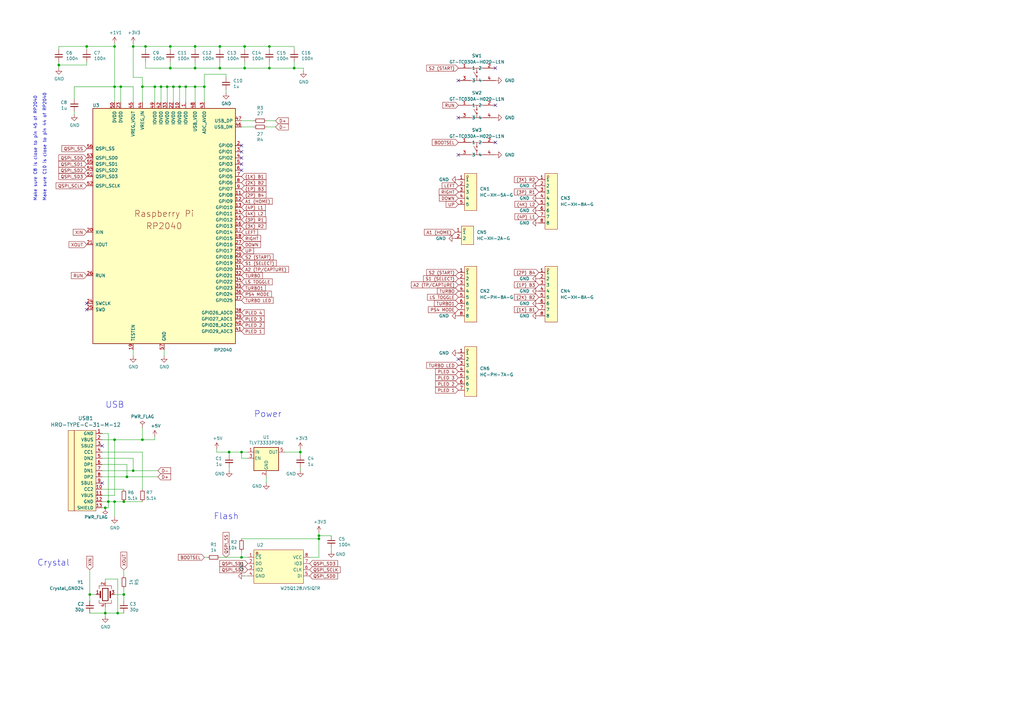
<source format=kicad_sch>
(kicad_sch (version 20230121) (generator eeschema)
  (paper "A3")
  (title_block (title "EZ Mod for Venom PS3/PS4") (date "2023-07-07") (rev "0.0.1") (company "SavageCore"))
  (lib_symbols
    (symbol "Device:C_Small" (pin_numbers hide) (pin_names (offset 0.254) hide)
      (property "Reference" "C" (at 0.254 1.778 0))
      (property "Value" "C_Small" (at 0.254 -2.032 0))
      (symbol "C_Small_0_1"
        (polyline (pts (xy -1.524 -0.508) (xy 1.524 -0.508)) (stroke (width 0.3302)))
        (polyline (pts (xy -1.524 0.508) (xy 1.524 0.508)) (stroke (width 0.3048)))
      )
      (symbol "C_Small_1_1"
        (pin passive line (at 0 2.54 270) (length 2.032) (name "~") (number "1"))
        (pin passive line (at 0 -2.54 90) (length 2.032) (name "~") (number "2"))
      )
    )
    (symbol "Device:Crystal_GND24" (pin_names (offset 1.016) hide)
      (property "Reference" "Y" (at 3.175 5.08 0))
      (property "Value" "Crystal_GND24" (at 3.175 3.175 0))
      (symbol "Crystal_GND24_0_1"
        (rectangle (start -1.143 2.54) (end 1.143 -2.54) (stroke (width 0.3048)))
        (polyline (pts (xy -2.54 0) (xy -2.032 0)))
        (polyline (pts (xy -2.032 -1.27) (xy -2.032 1.27)) (stroke (width 0.508)))
        (polyline (pts (xy 0 -3.81) (xy 0 -3.556)))
        (polyline (pts (xy 0 3.556) (xy 0 3.81)))
        (polyline (pts (xy 2.032 -1.27) (xy 2.032 1.27)) (stroke (width 0.508)))
        (polyline (pts (xy 2.032 0) (xy 2.54 0)))
        (polyline (pts (xy -2.54 -2.286) (xy -2.54 -3.556) (xy 2.54 -3.556) (xy 2.54 -2.286)))
        (polyline (pts (xy -2.54 2.286) (xy -2.54 3.556) (xy 2.54 3.556) (xy 2.54 2.286)))
      )
      (symbol "Crystal_GND24_1_1"
        (pin passive line (at -3.81 0 0) (length 1.27) (name "1") (number "1"))
        (pin passive line (at 0 5.08 270) (length 1.27) (name "2") (number "2"))
        (pin passive line (at 3.81 0 180) (length 1.27) (name "3") (number "3"))
        (pin passive line (at 0 -5.08 90) (length 1.27) (name "4") (number "4"))
      )
    )
    (symbol "Device:R_Small" (pin_numbers hide) (pin_names (offset 0.254) hide)
      (property "Reference" "R" (at 0.762 0.508 0))
      (property "Value" "R_Small" (at 0.762 -1.016 0))
      (symbol "R_Small_0_1"
        (rectangle (start -0.762 1.778) (end 0.762 -1.778) (stroke (width 0.2032)))
      )
      (symbol "R_Small_1_1"
        (pin passive line (at 0 2.54 270) (length 0.762) (name "~") (number "1"))
        (pin passive line (at 0 -2.54 90) (length 0.762) (name "~") (number "2"))
      )
    )
    (symbol "RP2040:RP2040" (pin_names (offset 1.016))
      (property "Reference" "U" (at -29.21 49.53 0))
      (property "Value" "RP2040" (at 24.13 -49.53 0))
      (symbol "RP2040_0_0"
        (text "Raspberry Pi" (at 0 5.08 0) (effects (font (size 2.54 2.54))))
        (text "RP2040" (at 0 0 0) (effects (font (size 2.54 2.54))))
      )
      (symbol "RP2040_0_1"
        (rectangle (start 29.21 48.26) (end -29.21 -48.26) (stroke (width 0.254)) (fill (type background)))
      )
      (symbol "RP2040_1_1"
        (pin power_in line (at 8.89 50.8 270) (length 2.54) (name "IOVDD") (number "1"))
        (pin power_in line (at 6.35 50.8 270) (length 2.54) (name "IOVDD") (number "10"))
        (pin bidirectional line (at 31.75 12.7 180) (length 2.54) (name "GPIO8") (number "11"))
        (pin bidirectional line (at 31.75 10.16 180) (length 2.54) (name "GPIO9") (number "12"))
        (pin bidirectional line (at 31.75 7.62 180) (length 2.54) (name "GPIO10") (number "13"))
        (pin bidirectional line (at 31.75 5.08 180) (length 2.54) (name "GPIO11") (number "14"))
        (pin bidirectional line (at 31.75 2.54 180) (length 2.54) (name "GPIO12") (number "15"))
        (pin bidirectional line (at 31.75 0 180) (length 2.54) (name "GPIO13") (number "16"))
        (pin bidirectional line (at 31.75 -2.54 180) (length 2.54) (name "GPIO14") (number "17"))
        (pin bidirectional line (at 31.75 -5.08 180) (length 2.54) (name "GPIO15") (number "18"))
        (pin passive line (at -12.7 -50.8 90) (length 2.54) (name "TESTEN") (number "19"))
        (pin bidirectional line (at 31.75 33.02 180) (length 2.54) (name "GPIO0") (number "2"))
        (pin input line (at -31.75 -2.54 0) (length 2.54) (name "XIN") (number "20"))
        (pin passive line (at -31.75 -7.62 0) (length 2.54) (name "XOUT") (number "21"))
        (pin power_in line (at 3.81 50.8 270) (length 2.54) (name "IOVDD") (number "22"))
        (pin power_in line (at -17.78 50.8 270) (length 2.54) (name "DVDD") (number "23"))
        (pin output line (at -31.75 -31.75 0) (length 2.54) (name "SWCLK") (number "24"))
        (pin bidirectional line (at -31.75 -34.29 0) (length 2.54) (name "SWD") (number "25"))
        (pin input line (at -31.75 -20.32 0) (length 2.54) (name "RUN") (number "26"))
        (pin bidirectional line (at 31.75 -7.62 180) (length 2.54) (name "GPIO16") (number "27"))
        (pin bidirectional line (at 31.75 -10.16 180) (length 2.54) (name "GPIO17") (number "28"))
        (pin bidirectional line (at 31.75 -12.7 180) (length 2.54) (name "GPIO18") (number "29"))
        (pin bidirectional line (at 31.75 30.48 180) (length 2.54) (name "GPIO1") (number "3"))
        (pin bidirectional line (at 31.75 -15.24 180) (length 2.54) (name "GPIO19") (number "30"))
        (pin bidirectional line (at 31.75 -17.78 180) (length 2.54) (name "GPIO20") (number "31"))
        (pin bidirectional line (at 31.75 -20.32 180) (length 2.54) (name "GPIO21") (number "32"))
        (pin power_in line (at 1.27 50.8 270) (length 2.54) (name "IOVDD") (number "33"))
        (pin bidirectional line (at 31.75 -22.86 180) (length 2.54) (name "GPIO22") (number "34"))
        (pin bidirectional line (at 31.75 -25.4 180) (length 2.54) (name "GPIO23") (number "35"))
        (pin bidirectional line (at 31.75 -27.94 180) (length 2.54) (name "GPIO24") (number "36"))
        (pin bidirectional line (at 31.75 -30.48 180) (length 2.54) (name "GPIO25") (number "37"))
        (pin bidirectional line (at 31.75 -35.56 180) (length 2.54) (name "GPIO26_ADC0") (number "38"))
        (pin bidirectional line (at 31.75 -38.1 180) (length 2.54) (name "GPIO27_ADC1") (number "39"))
        (pin bidirectional line (at 31.75 27.94 180) (length 2.54) (name "GPIO2") (number "4"))
        (pin bidirectional line (at 31.75 -40.64 180) (length 2.54) (name "GPIO28_ADC2") (number "40"))
        (pin bidirectional line (at 31.75 -43.18 180) (length 2.54) (name "GPIO29_ADC3") (number "41"))
        (pin power_in line (at -1.27 50.8 270) (length 2.54) (name "IOVDD") (number "42"))
        (pin power_in line (at 16.51 50.8 270) (length 2.54) (name "ADC_AVDD") (number "43"))
        (pin power_in line (at -8.89 50.8 270) (length 2.54) (name "VREG_IN") (number "44"))
        (pin power_out line (at -12.7 50.8 270) (length 2.54) (name "VREG_VOUT") (number "45"))
        (pin bidirectional line (at 31.75 40.64 180) (length 2.54) (name "USB_DM") (number "46"))
        (pin bidirectional line (at 31.75 43.18 180) (length 2.54) (name "USB_DP") (number "47"))
        (pin power_in line (at 12.7 50.8 270) (length 2.54) (name "USB_VDD") (number "48"))
        (pin power_in line (at -3.81 50.8 270) (length 2.54) (name "IOVDD") (number "49"))
        (pin bidirectional line (at 31.75 25.4 180) (length 2.54) (name "GPIO3") (number "5"))
        (pin power_in line (at -20.32 50.8 270) (length 2.54) (name "DVDD") (number "50"))
        (pin bidirectional line (at -31.75 20.32 0) (length 2.54) (name "QSPI_SD3") (number "51"))
        (pin output line (at -31.75 16.51 0) (length 2.54) (name "QSPI_SCLK") (number "52"))
        (pin bidirectional line (at -31.75 27.94 0) (length 2.54) (name "QSPI_SD0") (number "53"))
        (pin bidirectional line (at -31.75 22.86 0) (length 2.54) (name "QSPI_SD2") (number "54"))
        (pin bidirectional line (at -31.75 25.4 0) (length 2.54) (name "QSPI_SD1") (number "55"))
        (pin bidirectional line (at -31.75 31.75 0) (length 2.54) (name "QSPI_SS") (number "56"))
        (pin power_in line (at 0 -50.8 90) (length 2.54) (name "GND") (number "57"))
        (pin bidirectional line (at 31.75 22.86 180) (length 2.54) (name "GPIO4") (number "6"))
        (pin bidirectional line (at 31.75 20.32 180) (length 2.54) (name "GPIO5") (number "7"))
        (pin bidirectional line (at 31.75 17.78 180) (length 2.54) (name "GPIO6") (number "8"))
        (pin bidirectional line (at 31.75 15.24 180) (length 2.54) (name "GPIO7") (number "9"))
      )
    )
    (symbol "Regulator_Linear:TLV73333PDBV" (pin_names (offset 0.254))
      (property "Reference" "U" (at -3.81 5.715 0))
      (property "Value" "TLV73333PDBV" (at 0 5.715 0))
      (symbol "TLV73333PDBV_0_1"
        (rectangle (start -5.08 4.445) (end 5.08 -5.08) (stroke (width 0.254)) (fill (type background)))
      )
      (symbol "TLV73333PDBV_1_1"
        (pin power_in line (at -7.62 2.54 0) (length 2.54) (name "IN") (number "1"))
        (pin power_in line (at 0 -7.62 90) (length 2.54) (name "GND") (number "2"))
        (pin input line (at -7.62 0 0) (length 2.54) (name "EN") (number "3"))
        (pin no_connect line (at 5.08 0 180) (length 2.54) hide (name "NC") (number "4"))
        (pin power_out line (at 7.62 2.54 180) (length 2.54) (name "OUT") (number "5"))
      )
    )
    (symbol "Type-C:HRO-TYPE-C-31-M-12" (pin_names (offset 1.016))
      (property "Reference" "USB" (at -5.08 16.51 0))
      (property "Value" "HRO-TYPE-C-31-M-12" (at -10.16 -1.27 90))
      (symbol "HRO-TYPE-C-31-M-12_0_1"
        (rectangle (start -11.43 15.24) (end -8.89 -17.78) (fill (type background)))
        (rectangle (start 0 -17.78) (end -8.89 15.24) (fill (type background)))
      )
      (symbol "HRO-TYPE-C-31-M-12_1_1"
        (pin input line (at 2.54 13.97 180) (length 2.54) (name "GND") (number "1"))
        (pin input line (at 2.54 -8.89 180) (length 2.54) (name "CC2") (number "10"))
        (pin input line (at 2.54 -11.43 180) (length 2.54) (name "VBUS") (number "11"))
        (pin input line (at 2.54 -13.97 180) (length 2.54) (name "GND") (number "12"))
        (pin input line (at 2.54 -16.51 180) (length 2.54) (name "SHIELD") (number "13"))
        (pin input line (at 2.54 11.43 180) (length 2.54) (name "VBUS") (number "2"))
        (pin input line (at 2.54 8.89 180) (length 2.54) (name "SBU2") (number "3"))
        (pin input line (at 2.54 6.35 180) (length 2.54) (name "CC1") (number "4"))
        (pin input line (at 2.54 3.81 180) (length 2.54) (name "DN2") (number "5"))
        (pin input line (at 2.54 1.27 180) (length 2.54) (name "DP1") (number "6"))
        (pin input line (at 2.54 -1.27 180) (length 2.54) (name "DN1") (number "7"))
        (pin input line (at 2.54 -3.81 180) (length 2.54) (name "DP2") (number "8"))
        (pin input line (at 2.54 -6.35 180) (length 2.54) (name "SBU1") (number "9"))
      )
    )
    (symbol "easyeda2kicad:GT-TC030A-H020-L1N"
      (property "Reference" "SW" (at 0 7.62 0))
      (property "Value" "GT-TC030A-H020-L1N" (at 0 -7.62 0))
      (symbol "GT-TC030A-H020-L1N_0_1"
        (circle (center 0 -0.76) (radius 0.25))
        (polyline (pts (xy -2.54 -2.54) (xy 2.54 -2.54)))
        (polyline (pts (xy -2.54 2.54) (xy 2.54 2.54)))
        (polyline (pts (xy -1.27 1.02) (xy -0.25 -0.76)))
        (polyline (pts (xy 0 -2.54) (xy 0 -0.76)))
        (polyline (pts (xy 0 1.52) (xy 0 0.76)))
        (polyline (pts (xy 0 2.54) (xy 0 1.52)))
        (circle (center 0 0.76) (radius 0.25))
        (pin unspecified line (at -7.62 2.54 0) (length 5.08) (name "1") (number "1"))
        (pin unspecified line (at 7.62 2.54 180) (length 5.08) (name "2") (number "2"))
        (pin unspecified line (at -7.62 -2.54 0) (length 5.08) (name "3") (number "3"))
        (pin unspecified line (at 7.62 -2.54 180) (length 5.08) (name "4") (number "4"))
      )
    )
    (symbol "easyeda2kicad:HC-PH-7A-G"
      (property "Reference" "U" (at 0 12.7 0))
      (property "Value" "HC-PH-7A-G" (at 0 -12.7 0))
      (symbol "HC-PH-7A-G_0_1"
        (rectangle (start -2.54 10.16) (end 2.54 -10.16) (fill (type background)))
        (circle (center -1.27 8.89) (radius 0.38))
        (pin unspecified line (at -5.08 7.62 0) (length 2.54) (name "1") (number "1"))
        (pin unspecified line (at -5.08 5.08 0) (length 2.54) (name "2") (number "2"))
        (pin unspecified line (at -5.08 2.54 0) (length 2.54) (name "3") (number "3"))
        (pin unspecified line (at -5.08 0 0) (length 2.54) (name "4") (number "4"))
        (pin unspecified line (at -5.08 -2.54 0) (length 2.54) (name "5") (number "5"))
        (pin unspecified line (at -5.08 -5.08 0) (length 2.54) (name "6") (number "6"))
        (pin unspecified line (at -5.08 -7.62 0) (length 2.54) (name "7") (number "7"))
      )
    )
    (symbol "easyeda2kicad:HC-PH-8A-G"
      (property "Reference" "U" (at 0 13.97 0))
      (property "Value" "HC-PH-8A-G" (at 0 -13.97 0))
      (symbol "HC-PH-8A-G_0_1"
        (rectangle (start -2.54 11.43) (end 2.54 -11.43) (fill (type background)))
        (circle (center -1.27 10.16) (radius 0.38))
        (pin unspecified line (at -5.08 8.89 0) (length 2.54) (name "1") (number "1"))
        (pin unspecified line (at -5.08 6.35 0) (length 2.54) (name "2") (number "2"))
        (pin unspecified line (at -5.08 3.81 0) (length 2.54) (name "3") (number "3"))
        (pin unspecified line (at -5.08 1.27 0) (length 2.54) (name "4") (number "4"))
        (pin unspecified line (at -5.08 -1.27 0) (length 2.54) (name "5") (number "5"))
        (pin unspecified line (at -5.08 -3.81 0) (length 2.54) (name "6") (number "6"))
        (pin unspecified line (at -5.08 -6.35 0) (length 2.54) (name "7") (number "7"))
        (pin unspecified line (at -5.08 -8.89 0) (length 2.54) (name "8") (number "8"))
      )
    )
    (symbol "easyeda2kicad:HC-XH-2A-G"
      (property "Reference" "CN" (at 0 6.35 0))
      (property "Value" "HC-XH-2A-G" (at 0 -6.35 0))
      (symbol "HC-XH-2A-G_0_1"
        (rectangle (start -2.54 3.81) (end 2.54 -3.81) (fill (type background)))
        (circle (center -1.27 2.54) (radius 0.38))
        (pin unspecified line (at -5.08 1.27 0) (length 2.54) (name "1") (number "1"))
        (pin unspecified line (at -5.08 -1.27 0) (length 2.54) (name "2") (number "2"))
      )
    )
    (symbol "easyeda2kicad:HC-XH-5A-G"
      (property "Reference" "CN" (at 0 10.16 0))
      (property "Value" "HC-XH-5A-G" (at 0 -10.16 0))
      (symbol "HC-XH-5A-G_0_1"
        (rectangle (start -2.54 7.62) (end 2.54 -7.62) (fill (type background)))
        (circle (center -1.27 6.35) (radius 0.38))
        (pin unspecified line (at -5.08 5.08 0) (length 2.54) (name "1") (number "1"))
        (pin unspecified line (at -5.08 2.54 0) (length 2.54) (name "2") (number "2"))
        (pin unspecified line (at -5.08 0 0) (length 2.54) (name "3") (number "3"))
        (pin unspecified line (at -5.08 -2.54 0) (length 2.54) (name "4") (number "4"))
        (pin unspecified line (at -5.08 -5.08 0) (length 2.54) (name "5") (number "5"))
      )
    )
    (symbol "easyeda2kicad:HC-XH-8A-G"
      (property "Reference" "CN" (at 0 13.97 0))
      (property "Value" "HC-XH-8A-G" (at 0 -13.97 0))
      (symbol "HC-XH-8A-G_0_1"
        (rectangle (start -2.54 11.43) (end 2.54 -11.43) (fill (type background)))
        (circle (center -1.27 10.16) (radius 0.38))
        (pin unspecified line (at -5.08 8.89 0) (length 2.54) (name "1") (number "1"))
        (pin unspecified line (at -5.08 6.35 0) (length 2.54) (name "2") (number "2"))
        (pin unspecified line (at -5.08 3.81 0) (length 2.54) (name "3") (number "3"))
        (pin unspecified line (at -5.08 1.27 0) (length 2.54) (name "4") (number "4"))
        (pin unspecified line (at -5.08 -1.27 0) (length 2.54) (name "5") (number "5"))
        (pin unspecified line (at -5.08 -3.81 0) (length 2.54) (name "6") (number "6"))
        (pin unspecified line (at -5.08 -6.35 0) (length 2.54) (name "7") (number "7"))
        (pin unspecified line (at -5.08 -8.89 0) (length 2.54) (name "8") (number "8"))
      )
    )
    (symbol "easyeda2kicad:W25Q128JVSIQTR"
      (property "Reference" "U" (at 0 8.89 0))
      (property "Value" "W25Q128JVSIQTR" (at 0 -8.89 0))
      (symbol "W25Q128JVSIQTR_0_1"
        (rectangle (start -10.16 6.86) (end 10.16 -6.86) (fill (type background)))
        (circle (center -8.89 5.59) (radius 0.38))
        (circle (center -8.89 5.59) (radius 0.38))
        (pin unspecified line (at -12.7 3.81 0) (length 2.54) (name "~{CS}") (number "1"))
        (pin unspecified line (at -12.7 1.27 0) (length 2.54) (name "DO") (number "2"))
        (pin unspecified line (at -12.7 -1.27 0) (length 2.54) (name "IO2") (number "3"))
        (pin unspecified line (at -12.7 -3.81 0) (length 2.54) (name "GND") (number "4"))
        (pin unspecified line (at 12.7 -3.81 180) (length 2.54) (name "DI") (number "5"))
        (pin unspecified line (at 12.7 -1.27 180) (length 2.54) (name "CLK") (number "6"))
        (pin unspecified line (at 12.7 1.27 180) (length 2.54) (name "IO3") (number "7"))
        (pin unspecified line (at 12.7 3.81 180) (length 2.54) (name "VCC") (number "8"))
      )
    )
    (symbol "power:+1V1" (power) (pin_names (offset 0))
      (property "Value" "+1V1" (at 0 3.556 0))
      (symbol "+1V1_0_1"
        (polyline (pts (xy -0.762 1.27) (xy 0 2.54)))
        (polyline (pts (xy 0 0) (xy 0 2.54)))
        (polyline (pts (xy 0 2.54) (xy 0.762 1.27)))
      )
      (symbol "+1V1_1_1"
        (pin power_in line (at 0 0 90) (length 0) hide (name "+1V1") (number "1"))
      )
    )
    (symbol "power:+3V3" (power) (pin_names (offset 0))
      (property "Value" "+3V3" (at 0 3.556 0))
      (symbol "+3V3_0_1"
        (polyline (pts (xy -0.762 1.27) (xy 0 2.54)))
        (polyline (pts (xy 0 0) (xy 0 2.54)))
        (polyline (pts (xy 0 2.54) (xy 0.762 1.27)))
      )
      (symbol "+3V3_1_1"
        (pin power_in line (at 0 0 90) (length 0) hide (name "+3V3") (number "1"))
      )
    )
    (symbol "power:+5V" (power) (pin_names (offset 0))
      (property "Value" "+5V" (at 0 3.556 0))
      (symbol "+5V_0_1"
        (polyline (pts (xy -0.762 1.27) (xy 0 2.54)))
        (polyline (pts (xy 0 0) (xy 0 2.54)))
        (polyline (pts (xy 0 2.54) (xy 0.762 1.27)))
      )
      (symbol "+5V_1_1"
        (pin power_in line (at 0 0 90) (length 0) hide (name "+5V") (number "1"))
      )
    )
    (symbol "power:GND" (power) (pin_names (offset 0))
      (property "Value" "GND" (at 0 -3.81 0))
      (symbol "GND_0_1"
        (polyline (pts (xy 0 0) (xy 0 -1.27) (xy 1.27 -1.27) (xy 0 -2.54) (xy -1.27 -1.27) (xy 0 -1.27)))
      )
      (symbol "GND_1_1"
        (pin power_in line (at 0 0 270) (length 0) hide (name "GND") (number "1"))
      )
    )
    (symbol "power:PWR_FLAG" (power) (pin_numbers hide) (pin_names (offset 0) hide)
      (property "Value" "PWR_FLAG" (at 0 3.81 0))
      (symbol "PWR_FLAG_0_0"
        (pin power_out line (at 0 0 90) (length 0) (name "pwr") (number "1"))
      )
      (symbol "PWR_FLAG_0_1"
        (polyline (pts (xy 0 0) (xy 0 1.27) (xy -1.016 1.905) (xy 0 2.54) (xy 1.016 1.905) (xy 0 1.27)))
      )
    )
  )
  (junction (at 90.17 19.05))
  (junction (at 46.99 180.34))
  (junction (at 52.07 195.58))
  (junction (at 35.56 19.05))
  (junction (at 43.18 208.28))
  (junction (at 83.82 35.56))
  (junction (at 69.85 19.05))
  (junction (at 73.66 35.56))
  (junction (at 76.2 35.56))
  (junction (at 58.42 35.56))
  (junction (at 90.17 27.94))
  (junction (at 130.81 220.98))
  (junction (at 110.49 19.05))
  (junction (at 123.19 185.42))
  (junction (at 59.69 19.05))
  (junction (at 50.8 243.84))
  (junction (at 46.99 35.56))
  (junction (at 100.33 19.05))
  (junction (at 50.8 205.74))
  (junction (at 68.58 35.56))
  (junction (at 99.06 185.42))
  (junction (at 80.01 27.94))
  (junction (at 54.61 19.05))
  (junction (at 69.85 27.94))
  (junction (at 43.18 251.46))
  (junction (at 54.61 193.04))
  (junction (at 49.53 35.56))
  (junction (at 71.12 35.56))
  (junction (at 48.26 251.46))
  (junction (at 120.65 27.94))
  (junction (at 100.33 27.94))
  (junction (at 44.45 205.74))
  (junction (at 93.98 185.42))
  (junction (at 99.06 228.6))
  (junction (at 80.01 19.05))
  (junction (at 80.01 35.56))
  (junction (at 46.99 205.74))
  (junction (at 66.04 35.56))
  (junction (at 63.5 35.56))
  (junction (at 110.49 27.94))
  (junction (at 130.81 219.71))
  (junction (at 36.83 243.84))
  (junction (at 46.99 19.05))
  (junction (at 24.13 26.67))
  (junction (at 58.42 180.34))
  (no_connect (at 187.96 147.32))
  (no_connect (at 99.06 67.31))
  (no_connect (at 41.91 198.12))
  (no_connect (at 187.96 63.5))
  (no_connect (at 99.06 59.69))
  (no_connect (at 99.06 64.77))
  (no_connect (at 187.96 33.02))
  (no_connect (at 35.56 127))
  (no_connect (at 99.06 62.23))
  (no_connect (at 203.2 43.18))
  (no_connect (at 203.2 27.94))
  (no_connect (at 187.96 48.26))
  (no_connect (at 35.56 124.46))
  (no_connect (at 41.91 182.88))
  (no_connect (at 99.06 69.85))
  (no_connect (at 203.2 58.42))
  (wire (pts (xy 30.48 35.56) (xy 46.99 35.56)))
  (wire (pts (xy 43.18 248.92) (xy 43.18 251.46)))
  (wire (pts (xy 127 228.6) (xy 130.81 228.6)))
  (wire (pts (xy 99.06 187.96) (xy 99.06 185.42)))
  (wire (pts (xy 109.22 49.53) (xy 113.03 49.53)))
  (wire (pts (xy 58.42 35.56) (xy 63.5 35.56)))
  (wire (pts (xy 46.99 212.09) (xy 46.99 205.74)))
  (wire (pts (xy 49.53 35.56) (xy 49.53 41.91)))
  (wire (pts (xy 44.45 208.28) (xy 43.18 208.28)))
  (wire (pts (xy 58.42 205.74) (xy 50.8 205.74)))
  (wire (pts (xy 46.99 35.56) (xy 46.99 41.91)))
  (wire (pts (xy 90.17 228.6) (xy 99.06 228.6)))
  (wire (pts (xy 110.49 20.32) (xy 110.49 19.05)))
  (wire (pts (xy 35.56 26.67) (xy 35.56 25.4)))
  (wire (pts (xy 48.26 251.46) (xy 43.18 251.46)))
  (wire (pts (xy 110.49 27.94) (xy 120.65 27.94)))
  (wire (pts (xy 99.06 49.53) (xy 104.14 49.53)))
  (wire (pts (xy 46.99 35.56) (xy 49.53 35.56)))
  (wire (pts (xy 116.84 185.42) (xy 123.19 185.42)))
  (wire (pts (xy 76.2 41.91) (xy 76.2 35.56)))
  (wire (pts (xy 49.53 35.56) (xy 54.61 35.56)))
  (wire (pts (xy 63.5 180.34) (xy 63.5 179.07)))
  (wire (pts (xy 41.91 177.8) (xy 44.45 177.8)))
  (wire (pts (xy 46.99 243.84) (xy 50.8 243.84)))
  (wire (pts (xy 44.45 205.74) (xy 44.45 208.28)))
  (wire (pts (xy 130.81 220.98) (xy 130.81 219.71)))
  (wire (pts (xy 43.18 238.76) (xy 43.18 237.49)))
  (wire (pts (xy 90.17 25.4) (xy 90.17 27.94)))
  (wire (pts (xy 99.06 220.98) (xy 130.81 220.98)))
  (wire (pts (xy 35.56 19.05) (xy 46.99 19.05)))
  (wire (pts (xy 59.69 19.05) (xy 69.85 19.05)))
  (wire (pts (xy 109.22 52.07) (xy 113.03 52.07)))
  (wire (pts (xy 90.17 27.94) (xy 100.33 27.94)))
  (wire (pts (xy 41.91 185.42) (xy 58.42 185.42)))
  (wire (pts (xy 54.61 35.56) (xy 54.61 41.91)))
  (wire (pts (xy 73.66 35.56) (xy 76.2 35.56)))
  (wire (pts (xy 46.99 180.34) (xy 58.42 180.34)))
  (wire (pts (xy 30.48 45.72) (xy 30.48 46.99)))
  (wire (pts (xy 50.8 236.22) (xy 50.8 233.68)))
  (wire (pts (xy 83.82 228.6) (xy 85.09 228.6)))
  (wire (pts (xy 101.6 187.96) (xy 99.06 187.96)))
  (wire (pts (xy 110.49 25.4) (xy 110.49 27.94)))
  (wire (pts (xy 63.5 41.91) (xy 63.5 35.56)))
  (wire (pts (xy 58.42 35.56) (xy 58.42 31.75)))
  (wire (pts (xy 36.83 233.68) (xy 36.83 243.84)))
  (wire (pts (xy 93.98 186.69) (xy 93.98 185.42)))
  (wire (pts (xy 24.13 20.32) (xy 24.13 19.05)))
  (wire (pts (xy 69.85 27.94) (xy 59.69 27.94)))
  (wire (pts (xy 43.18 208.28) (xy 41.91 208.28)))
  (wire (pts (xy 46.99 203.2) (xy 41.91 203.2)))
  (wire (pts (xy 135.89 226.06) (xy 135.89 224.79)))
  (wire (pts (xy 69.85 25.4) (xy 69.85 27.94)))
  (wire (pts (xy 130.81 219.71) (xy 130.81 218.44)))
  (wire (pts (xy 54.61 19.05) (xy 59.69 19.05)))
  (wire (pts (xy 100.33 20.32) (xy 100.33 19.05)))
  (wire (pts (xy 124.46 27.94) (xy 124.46 29.21)))
  (wire (pts (xy 43.18 237.49) (xy 48.26 237.49)))
  (wire (pts (xy 100.33 19.05) (xy 110.49 19.05)))
  (wire (pts (xy 66.04 35.56) (xy 68.58 35.56)))
  (wire (pts (xy 80.01 25.4) (xy 80.01 27.94)))
  (wire (pts (xy 80.01 35.56) (xy 83.82 35.56)))
  (wire (pts (xy 68.58 41.91) (xy 68.58 35.56)))
  (wire (pts (xy 41.91 180.34) (xy 46.99 180.34)))
  (wire (pts (xy 68.58 35.56) (xy 71.12 35.56)))
  (wire (pts (xy 120.65 25.4) (xy 120.65 27.94)))
  (wire (pts (xy 76.2 35.56) (xy 80.01 35.56)))
  (wire (pts (xy 63.5 35.56) (xy 66.04 35.56)))
  (wire (pts (xy 54.61 143.51) (xy 54.61 146.05)))
  (wire (pts (xy 41.91 190.5) (xy 52.07 190.5)))
  (wire (pts (xy 44.45 205.74) (xy 46.99 205.74)))
  (wire (pts (xy 69.85 20.32) (xy 69.85 19.05)))
  (wire (pts (xy 43.18 251.46) (xy 43.18 252.73)))
  (wire (pts (xy 48.26 237.49) (xy 48.26 251.46)))
  (wire (pts (xy 46.99 205.74) (xy 50.8 205.74)))
  (wire (pts (xy 67.31 143.51) (xy 67.31 146.05)))
  (wire (pts (xy 58.42 185.42) (xy 58.42 200.66)))
  (wire (pts (xy 58.42 31.75) (xy 54.61 31.75)))
  (wire (pts (xy 90.17 19.05) (xy 100.33 19.05)))
  (wire (pts (xy 110.49 19.05) (xy 120.65 19.05)))
  (wire (pts (xy 24.13 19.05) (xy 35.56 19.05)))
  (wire (pts (xy 99.06 228.6) (xy 99.06 226.06)))
  (wire (pts (xy 30.48 40.64) (xy 30.48 35.56)))
  (wire (pts (xy 59.69 20.32) (xy 59.69 19.05)))
  (wire (pts (xy 41.91 193.04) (xy 54.61 193.04)))
  (wire (pts (xy 109.22 195.58) (xy 109.22 198.12)))
  (wire (pts (xy 64.77 193.04) (xy 54.61 193.04)))
  (wire (pts (xy 69.85 27.94) (xy 80.01 27.94)))
  (wire (pts (xy 36.83 251.46) (xy 43.18 251.46)))
  (wire (pts (xy 130.81 219.71) (xy 135.89 219.71)))
  (wire (pts (xy 58.42 41.91) (xy 58.42 35.56)))
  (wire (pts (xy 92.71 31.75) (xy 92.71 30.48)))
  (wire (pts (xy 100.33 25.4) (xy 100.33 27.94)))
  (wire (pts (xy 50.8 243.84) (xy 50.8 246.38)))
  (wire (pts (xy 123.19 184.15) (xy 123.19 185.42)))
  (wire (pts (xy 54.61 187.96) (xy 54.61 193.04)))
  (wire (pts (xy 88.9 185.42) (xy 93.98 185.42)))
  (wire (pts (xy 58.42 180.34) (xy 63.5 180.34)))
  (wire (pts (xy 73.66 41.91) (xy 73.66 35.56)))
  (wire (pts (xy 71.12 35.56) (xy 73.66 35.56)))
  (wire (pts (xy 80.01 41.91) (xy 80.01 35.56)))
  (wire (pts (xy 101.6 228.6) (xy 99.06 228.6)))
  (wire (pts (xy 41.91 195.58) (xy 52.07 195.58)))
  (wire (pts (xy 59.69 25.4) (xy 59.69 27.94)))
  (wire (pts (xy 46.99 19.05) (xy 46.99 35.56)))
  (wire (pts (xy 123.19 185.42) (xy 123.19 186.69)))
  (wire (pts (xy 39.37 243.84) (xy 36.83 243.84)))
  (wire (pts (xy 41.91 187.96) (xy 54.61 187.96)))
  (wire (pts (xy 41.91 200.66) (xy 50.8 200.66)))
  (wire (pts (xy 58.42 175.26) (xy 58.42 180.34)))
  (wire (pts (xy 71.12 41.91) (xy 71.12 35.56)))
  (wire (pts (xy 80.01 20.32) (xy 80.01 19.05)))
  (wire (pts (xy 93.98 191.77) (xy 93.98 193.04)))
  (wire (pts (xy 64.77 195.58) (xy 52.07 195.58)))
  (wire (pts (xy 93.98 185.42) (xy 99.06 185.42)))
  (wire (pts (xy 50.8 243.84) (xy 50.8 241.3)))
  (wire (pts (xy 80.01 27.94) (xy 90.17 27.94)))
  (wire (pts (xy 69.85 19.05) (xy 80.01 19.05)))
  (wire (pts (xy 44.45 177.8) (xy 44.45 205.74)))
  (wire (pts (xy 54.61 31.75) (xy 54.61 19.05)))
  (wire (pts (xy 80.01 19.05) (xy 90.17 19.05)))
  (wire (pts (xy 120.65 27.94) (xy 124.46 27.94)))
  (wire (pts (xy 83.82 35.56) (xy 83.82 41.91)))
  (wire (pts (xy 120.65 20.32) (xy 120.65 19.05)))
  (wire (pts (xy 46.99 17.78) (xy 46.99 19.05)))
  (wire (pts (xy 83.82 30.48) (xy 92.71 30.48)))
  (wire (pts (xy 99.06 52.07) (xy 104.14 52.07)))
  (wire (pts (xy 35.56 20.32) (xy 35.56 19.05)))
  (wire (pts (xy 100.33 27.94) (xy 110.49 27.94)))
  (wire (pts (xy 88.9 185.42) (xy 88.9 184.15)))
  (wire (pts (xy 83.82 30.48) (xy 83.82 35.56)))
  (wire (pts (xy 90.17 20.32) (xy 90.17 19.05)))
  (wire (pts (xy 50.8 251.46) (xy 48.26 251.46)))
  (wire (pts (xy 100.33 236.22) (xy 101.6 236.22)))
  (wire (pts (xy 24.13 25.4) (xy 24.13 26.67)))
  (wire (pts (xy 66.04 41.91) (xy 66.04 35.56)))
  (wire (pts (xy 123.19 191.77) (xy 123.19 193.04)))
  (wire (pts (xy 41.91 205.74) (xy 44.45 205.74)))
  (wire (pts (xy 130.81 228.6) (xy 130.81 220.98)))
  (wire (pts (xy 24.13 26.67) (xy 24.13 27.94)))
  (wire (pts (xy 24.13 26.67) (xy 35.56 26.67)))
  (wire (pts (xy 54.61 17.78) (xy 54.61 19.05)))
  (wire (pts (xy 92.71 36.83) (xy 92.71 38.1)))
  (wire (pts (xy 52.07 190.5) (xy 52.07 195.58)))
  (wire (pts (xy 46.99 180.34) (xy 46.99 203.2)))
  (wire (pts (xy 101.6 185.42) (xy 99.06 185.42)))
  (wire (pts (xy 36.83 243.84) (xy 36.83 246.38)))
  (text "Crystal" (at 15.24 232.41 0) (effects (font (size 2.54 2.54)) (justify left bottom)))
  (text "USB" (at 43.18 167.64 0) (effects (font (size 2.54 2.54)) (justify left bottom)))
  (text "Make sure C8 is close to pin 45 of RP2040" (at 15.24 82.55 90) (effects (font (size 1.27 1.27)) (justify left bottom)))
  (text "Power" (at 104.14 171.45 0) (effects (font (size 2.54 2.54)) (justify left bottom)))
  (text "Make sure C10 is close to pin 44 of RP2040" (at 19.05 82.55 90) (effects (font (size 1.27 1.27)) (justify left bottom)))
  (text "Flash" (at 87.63 213.36 0) (effects (font (size 2.54 2.54)) (justify left bottom)))
  (global_label "(2P) B4" (shape input) (at 220.98 111.76 180) (property "Intersheetrefs" "${INTERSHEET_REFS}" (effects hide)))
  (global_label "(2K) B2" (shape input) (at 220.98 121.92 180) (property "Intersheetrefs" "${INTERSHEET_REFS}" (effects hide)))
  (global_label "QSPI_SD2" (shape input) (at 35.56 69.85 180) (property "Intersheetrefs" "${INTERSHEET_REFS}" (effects hide)))
  (global_label "QSPI_SCLK" (shape input) (at 127 233.68 0) (property "Intersheetrefs" "${INTERSHEET_REFS}" (effects hide)))
  (global_label "QSPI_SD2" (shape input) (at 101.6 233.68 180) (property "Intersheetrefs" "${INTERSHEET_REFS}" (effects hide)))
  (global_label "QSPI_SCLK" (shape input) (at 35.56 76.2 180) (property "Intersheetrefs" "${INTERSHEET_REFS}" (effects hide)))
  (global_label "(3P) R1" (shape input) (at 99.06 90.17 0) (property "Intersheetrefs" "${INTERSHEET_REFS}" (effects hide)))
  (global_label "(3K) R2" (shape input) (at 99.06 92.71 0) (property "Intersheetrefs" "${INTERSHEET_REFS}" (effects hide)))
  (global_label "(4K) L2" (shape input) (at 220.98 83.82 180) (property "Intersheetrefs" "${INTERSHEET_REFS}" (effects hide)))
  (global_label "PLED 3" (shape input) (at 187.96 154.94 180) (property "Intersheetrefs" "${INTERSHEET_REFS}" (effects hide)))
  (global_label "D-" (shape input) (at 113.03 52.07 0) (property "Intersheetrefs" "${INTERSHEET_REFS}" (effects hide)))
  (global_label "A2 (TP{slash}CAPTURE)" (shape input) (at 99.06 110.49 0) (property "Intersheetrefs" "${INTERSHEET_REFS}" (effects hide)))
  (global_label "PLED 3" (shape input) (at 99.06 130.81 0) (property "Intersheetrefs" "${INTERSHEET_REFS}" (effects hide)))
  (global_label "BOOTSEL" (shape input) (at 187.96 58.42 180) (property "Intersheetrefs" "${INTERSHEET_REFS}" (effects hide)))
  (global_label "(2K) B2" (shape input) (at 99.06 74.93 0) (property "Intersheetrefs" "${INTERSHEET_REFS}" (effects hide)))
  (global_label "S2 (START)" (shape input) (at 187.96 111.76 180) (property "Intersheetrefs" "${INTERSHEET_REFS}" (effects hide)))
  (global_label "A1 (HOME)" (shape input) (at 99.06 82.55 0) (property "Intersheetrefs" "${INTERSHEET_REFS}" (effects hide)))
  (global_label "PLED 4" (shape input) (at 187.96 152.4 180) (property "Intersheetrefs" "${INTERSHEET_REFS}" (effects hide)))
  (global_label "QSPI_SD0" (shape input) (at 127 236.22 0) (property "Intersheetrefs" "${INTERSHEET_REFS}" (effects hide)))
  (global_label "(4K) L2" (shape input) (at 99.06 87.63 0) (property "Intersheetrefs" "${INTERSHEET_REFS}" (effects hide)))
  (global_label "(3P) R1" (shape input) (at 220.98 78.74 180) (property "Intersheetrefs" "${INTERSHEET_REFS}" (effects hide)))
  (global_label "DOWN" (shape input) (at 99.06 100.33 0) (property "Intersheetrefs" "${INTERSHEET_REFS}" (effects hide)))
  (global_label "(4P) L1" (shape input) (at 99.06 85.09 0) (property "Intersheetrefs" "${INTERSHEET_REFS}" (effects hide)))
  (global_label "XIN" (shape input) (at 35.56 95.25 180) (property "Intersheetrefs" "${INTERSHEET_REFS}" (effects hide)))
  (global_label "S1 (SELECT)" (shape input) (at 187.96 114.3 180) (property "Intersheetrefs" "${INTERSHEET_REFS}" (effects hide)))
  (global_label "LEFT" (shape input) (at 99.06 95.25 0) (property "Intersheetrefs" "${INTERSHEET_REFS}" (effects hide)))
  (global_label "QSPI_SD1" (shape input) (at 35.56 67.31 180) (property "Intersheetrefs" "${INTERSHEET_REFS}" (effects hide)))
  (global_label "TURBO1" (shape input) (at 187.96 124.46 180) (property "Intersheetrefs" "${INTERSHEET_REFS}" (effects hide)))
  (global_label "TURBO LED" (shape input) (at 187.96 149.86 180) (property "Intersheetrefs" "${INTERSHEET_REFS}" (effects hide)))
  (global_label "A1 (HOME)" (shape input) (at 186.69 95.25 180) (property "Intersheetrefs" "${INTERSHEET_REFS}" (effects hide)))
  (global_label "XIN" (shape input) (at 36.83 233.68 90) (property "Intersheetrefs" "${INTERSHEET_REFS}" (effects hide)))
  (global_label "(1P) B3" (shape input) (at 99.06 77.47 0) (property "Intersheetrefs" "${INTERSHEET_REFS}" (effects hide)))
  (global_label "D+" (shape input) (at 113.03 49.53 0) (property "Intersheetrefs" "${INTERSHEET_REFS}" (effects hide)))
  (global_label "UP" (shape input) (at 99.06 102.87 0) (property "Intersheetrefs" "${INTERSHEET_REFS}" (effects hide)))
  (global_label "PLED 4" (shape input) (at 99.06 128.27 0) (property "Intersheetrefs" "${INTERSHEET_REFS}" (effects hide)))
  (global_label "QSPI_SD3" (shape input) (at 127 231.14 0) (property "Intersheetrefs" "${INTERSHEET_REFS}" (effects hide)))
  (global_label "XOUT" (shape input) (at 35.56 100.33 180) (property "Intersheetrefs" "${INTERSHEET_REFS}" (effects hide)))
  (global_label "(1P) B3" (shape input) (at 220.98 116.84 180) (property "Intersheetrefs" "${INTERSHEET_REFS}" (effects hide)))
  (global_label "PS4 MODE" (shape input) (at 99.06 120.65 0) (property "Intersheetrefs" "${INTERSHEET_REFS}" (effects hide)))
  (global_label "QSPI_SS" (shape input) (at 92.71 228.6 90) (property "Intersheetrefs" "${INTERSHEET_REFS}" (effects hide)))
  (global_label "PLED 2" (shape input) (at 99.06 133.35 0) (property "Intersheetrefs" "${INTERSHEET_REFS}" (effects hide)))
  (global_label "QSPI_SD3" (shape input) (at 35.56 72.39 180) (property "Intersheetrefs" "${INTERSHEET_REFS}" (effects hide)))
  (global_label "S2 (START)" (shape input) (at 187.96 27.94 180) (property "Intersheetrefs" "${INTERSHEET_REFS}" (effects hide)))
  (global_label "PLED 1" (shape input) (at 187.96 160.02 180) (property "Intersheetrefs" "${INTERSHEET_REFS}" (effects hide)))
  (global_label "QSPI_SD1" (shape input) (at 101.6 231.14 180) (property "Intersheetrefs" "${INTERSHEET_REFS}" (effects hide)))
  (global_label "D-" (shape input) (at 64.77 193.04 0) (property "Intersheetrefs" "${INTERSHEET_REFS}" (effects hide)))
  (global_label "TURBO1" (shape input) (at 99.06 118.11 0) (property "Intersheetrefs" "${INTERSHEET_REFS}" (effects hide)))
  (global_label "RIGHT" (shape input) (at 99.06 97.79 0) (property "Intersheetrefs" "${INTERSHEET_REFS}" (effects hide)))
  (global_label "PS4 MODE" (shape input) (at 187.96 127 180) (property "Intersheetrefs" "${INTERSHEET_REFS}" (effects hide)))
  (global_label "(1K) B1" (shape input) (at 220.98 127 180) (property "Intersheetrefs" "${INTERSHEET_REFS}" (effects hide)))
  (global_label "(1K) B1" (shape input) (at 99.06 72.39 0) (property "Intersheetrefs" "${INTERSHEET_REFS}" (effects hide)))
  (global_label "LEFT" (shape input) (at 187.96 76.2 180) (property "Intersheetrefs" "${INTERSHEET_REFS}" (effects hide)))
  (global_label "QSPI_SD0" (shape input) (at 35.56 64.77 180) (property "Intersheetrefs" "${INTERSHEET_REFS}" (effects hide)))
  (global_label "QSPI_SS" (shape input) (at 35.56 60.96 180) (property "Intersheetrefs" "${INTERSHEET_REFS}" (effects hide)))
  (global_label "PLED 1" (shape input) (at 99.06 135.89 0) (property "Intersheetrefs" "${INTERSHEET_REFS}" (effects hide)))
  (global_label "XOUT" (shape input) (at 50.8 233.68 90) (property "Intersheetrefs" "${INTERSHEET_REFS}" (effects hide)))
  (global_label "TURBO LED" (shape input) (at 99.06 123.19 0) (property "Intersheetrefs" "${INTERSHEET_REFS}" (effects hide)))
  (global_label "RUN" (shape input) (at 187.96 43.18 180) (property "Intersheetrefs" "${INTERSHEET_REFS}" (effects hide)))
  (global_label "TURBO" (shape input) (at 99.06 113.03 0) (property "Intersheetrefs" "${INTERSHEET_REFS}" (effects hide)))
  (global_label "BOOTSEL" (shape input) (at 83.82 228.6 180) (property "Intersheetrefs" "${INTERSHEET_REFS}" (effects hide)))
  (global_label "LS TOGGLE" (shape input) (at 187.96 121.92 180) (property "Intersheetrefs" "${INTERSHEET_REFS}" (effects hide)))
  (global_label "DOWN" (shape input) (at 187.96 81.28 180) (property "Intersheetrefs" "${INTERSHEET_REFS}" (effects hide)))
  (global_label "S1 (SELECT)" (shape input) (at 99.06 107.95 0) (property "Intersheetrefs" "${INTERSHEET_REFS}" (effects hide)))
  (global_label "(2P) B4" (shape input) (at 99.06 80.01 0) (property "Intersheetrefs" "${INTERSHEET_REFS}" (effects hide)))
  (global_label "RIGHT" (shape input) (at 187.96 78.74 180) (property "Intersheetrefs" "${INTERSHEET_REFS}" (effects hide)))
  (global_label "UP" (shape input) (at 187.96 83.82 180) (property "Intersheetrefs" "${INTERSHEET_REFS}" (effects hide)))
  (global_label "PLED 2" (shape input) (at 187.96 157.48 180) (property "Intersheetrefs" "${INTERSHEET_REFS}" (effects hide)))
  (global_label "(3K) R2" (shape input) (at 220.98 73.66 180) (property "Intersheetrefs" "${INTERSHEET_REFS}" (effects hide)))
  (global_label "LS TOGGLE" (shape input) (at 99.06 115.57 0) (property "Intersheetrefs" "${INTERSHEET_REFS}" (effects hide)))
  (global_label "RUN" (shape input) (at 35.56 113.03 180) (property "Intersheetrefs" "${INTERSHEET_REFS}" (effects hide)))
  (global_label "(4P) L1" (shape input) (at 220.98 88.9 180) (property "Intersheetrefs" "${INTERSHEET_REFS}" (effects hide)))
  (global_label "D+" (shape input) (at 64.77 195.58 0) (property "Intersheetrefs" "${INTERSHEET_REFS}" (effects hide)))
  (global_label "TURBO" (shape input) (at 187.96 119.38 180) (property "Intersheetrefs" "${INTERSHEET_REFS}" (effects hide)))
  (global_label "S2 (START)" (shape input) (at 99.06 105.41 0) (property "Intersheetrefs" "${INTERSHEET_REFS}" (effects hide)))
  (global_label "A2 (TP{slash}CAPTURE)" (shape input) (at 187.96 116.84 180) (property "Intersheetrefs" "${INTERSHEET_REFS}" (effects hide)))
  (symbol (lib_id "power:GND") (at 46.99 212.09 0) (unit 1)
    (property "Reference" "#PWR011" (effects hide))
    (property "Value" "GND" (at 47.117 216.4842 0))
  )
  (symbol (lib_id "Device:C_Small") (at 36.83 248.92 0) (mirror x) (unit 1)
    (property "Reference" "C2" (at 34.4932 247.7516 0) (effects (justify right)))
    (property "Value" "30p" (at 34.4932 250.063 0) (effects (justify right)))
    (property "Footprint" "Capacitor_SMD:C_0402_1005Metric" (effects hide))
    (property "LCSC" "C1570" (effects hide))
  )
  (symbol (lib_id "power:GND") (at 186.69 97.79 270) (unit 1)
    (property "Reference" "#PWR028" (effects hide))
    (property "Value" "GND" (at 182.88 97.79 90) (effects (justify right)))
  )
  (symbol (lib_id "power:GND") (at 220.98 91.44 270) (unit 1)
    (property "Reference" "#PWR033" (effects hide))
    (property "Value" "GND" (at 217.17 91.44 90) (effects (justify right)))
  )
  (symbol (lib_id "power:GND") (at 124.46 29.21 0) (unit 1)
    (property "Reference" "#PWR010" (effects hide))
    (property "Value" "GND" (at 124.587 33.6042 0))
  )
  (symbol (lib_id "power:+1V1") (at 46.99 17.78 0) (unit 1)
    (property "Reference" "#PWR05" (effects hide))
    (property "Value" "+1V1" (at 47.371 13.3858 0))
  )
  (symbol (lib_id "easyeda2kicad:HC-XH-5A-G") (at 193.04 78.74 0) (unit 1)
    (property "Reference" "CN1" (at 196.85 77.47 0) (effects (justify left)))
    (property "Value" "HC-XH-5A-G" (at 196.85 80.01 0) (effects (justify left)))
    (property "Footprint" "easyeda2kicad:CONN-TH_5P-P2.50_HC-XH-5A-G" (effects hide))
    (property "Manufacturer" "HCTL(华灿天禄)" (effects hide))
    (property "LCSC Part" "C5341204" (effects hide))
    (property "JLC Part" "Extended Part" (effects hide))
  )
  (symbol (lib_id "power:GND") (at 30.48 46.99 0) (unit 1)
    (property "Reference" "#PWR04" (effects hide))
    (property "Value" "GND" (at 30.607 51.3842 0))
  )
  (symbol (lib_id "power:GND") (at 43.18 252.73 0) (unit 1)
    (property "Reference" "#PWR02" (effects hide))
    (property "Value" "GND" (at 43.307 257.1242 0))
  )
  (symbol (lib_id "Device:R_Small") (at 58.42 203.2 0) (unit 1)
    (property "Reference" "R7" (at 59.9186 202.0316 0) (effects (justify left)))
    (property "Value" "5.1k" (at 59.9186 204.343 0) (effects (justify left)))
    (property "Footprint" "Resistor_SMD:R_0402_1005Metric" (effects hide))
    (property "LCSC" "C25905" (effects hide))
  )
  (symbol (lib_id "power:GND") (at 203.2 33.02 90) (unit 1)
    (property "Reference" "#PWR034" (effects hide))
    (property "Value" "GND" (at 207.01 33.02 90) (effects (justify right)))
  )
  (symbol (lib_id "power:+5V") (at 63.5 179.07 0) (unit 1)
    (property "Reference" "#PWR012" (effects hide))
    (property "Value" "+5V" (at 63.881 174.6758 0))
  )
  (symbol (lib_id "power:GND") (at 109.22 198.12 0) (unit 1)
    (property "Reference" "#PWR016" (effects hide))
    (property "Value" "GND" (at 105.41 199.39 0))
  )
  (symbol (lib_id "Device:C_Small") (at 69.85 22.86 0) (unit 1)
    (property "Reference" "C11" (at 72.771 21.6916 0) (effects (justify left)))
    (property "Value" "100n" (at 72.771 24.003 0) (effects (justify left)))
    (property "Footprint" "Capacitor_SMD:C_0402_1005Metric" (effects hide))
    (property "LCSC" "C1525" (effects hide))
  )
  (symbol (lib_id "easyeda2kicad:GT-TC030A-H020-L1N") (at 195.58 60.96 0) (unit 1)
    (property "Reference" "SW3" (at 195.58 53.34 0))
    (property "Value" "GT-TC030A-H020-L1N" (at 195.58 55.88 0))
    (property "Footprint" "easyeda2kicad:SW-SMD_4P-L3.6-W3.0-P1.50-LS4.7" (effects hide))
    (property "Manufacturer" "G-Switch(品赞)" (effects hide))
    (property "LCSC Part" "C843670" (effects hide))
    (property "JLC Part" "Extended Part" (effects hide))
  )
  (symbol (lib_id "power:GND") (at 93.98 193.04 0) (unit 1)
    (property "Reference" "#PWR015" (effects hide))
    (property "Value" "GND" (at 90.17 194.31 0))
  )
  (symbol (lib_id "power:+3V3") (at 54.61 17.78 0) (unit 1)
    (property "Reference" "#PWR06" (effects hide))
    (property "Value" "+3V3" (at 54.991 13.3858 0))
  )
  (symbol (lib_id "power:+3V3") (at 123.19 184.15 0) (unit 1)
    (property "Reference" "#PWR017" (effects hide))
    (property "Value" "+3V3" (at 123.571 179.7558 0))
  )
  (symbol (lib_id "Device:C_Small") (at 30.48 43.18 0) (mirror y) (unit 1)
    (property "Reference" "C8" (at 27.559 42.0116 0) (effects (justify left)))
    (property "Value" "1u" (at 27.559 44.323 0) (effects (justify left)))
    (property "Footprint" "Capacitor_SMD:C_0402_1005Metric" (effects hide))
    (property "LCSC" "C52923" (effects hide))
  )
  (symbol (lib_id "power:GND") (at 220.98 86.36 270) (unit 1)
    (property "Reference" "#PWR032" (effects hide))
    (property "Value" "GND" (at 217.17 86.36 90) (effects (justify right)))
  )
  (symbol (lib_id "easyeda2kicad:HC-XH-8A-G") (at 226.06 82.55 0) (unit 1)
    (property "Reference" "CN3" (at 229.87 81.28 0) (effects (justify left)))
    (property "Value" "HC-XH-8A-G" (at 229.87 83.82 0) (effects (justify left)))
    (property "Footprint" "easyeda2kicad:CONN-TH_8P-P2.50_HCTL_XH-8A_C2908606" (effects hide))
    (property "Manufacturer" "HCTL(华灿天禄)" (effects hide))
    (property "LCSC Part" "C5341207" (effects hide))
    (property "JLC Part" "Extended Part" (effects hide))
  )
  (symbol (lib_id "Device:C_Small") (at 93.98 189.23 0) (mirror y) (unit 1)
    (property "Reference" "C1" (at 91.059 188.0616 0) (effects (justify left)))
    (property "Value" "1u" (at 91.059 190.373 0) (effects (justify left)))
    (property "Footprint" "Capacitor_SMD:C_0402_1005Metric" (effects hide))
    (property "LCSC" "C52923" (effects hide))
  )
  (symbol (lib_id "power:GND") (at 187.96 144.78 270) (unit 1)
    (property "Reference" "#PWR022" (effects hide))
    (property "Value" "GND" (at 184.15 144.78 90) (effects (justify right)))
  )
  (symbol (lib_id "Device:C_Small") (at 59.69 22.86 0) (unit 1)
    (property "Reference" "C9" (at 62.611 21.6916 0) (effects (justify left)))
    (property "Value" "100n" (at 62.611 24.003 0) (effects (justify left)))
    (property "Footprint" "Capacitor_SMD:C_0402_1005Metric" (effects hide))
    (property "LCSC" "C1525" (effects hide))
  )
  (symbol (lib_id "power:GND") (at 100.33 236.22 270) (unit 1)
    (property "Reference" "#PWR01" (effects hide))
    (property "Value" "GND" (at 99.06 232.41 0))
  )
  (symbol (lib_id "Type-C:HRO-TYPE-C-31-M-12") (at 39.37 191.77 0) (unit 1)
    (property "Reference" "USB1" (at 35.1282 171.5262 0) (effects (font (size 1.524 1.524))))
    (property "Value" "HRO-TYPE-C-31-M-12" (at 35.1282 174.2186 0) (effects (font (size 1.524 1.524))))
    (property "Footprint" "Type-C:HRO-TYPE-C-31-M-12-Assembly" (effects hide))
    (property "LCSC" "C165948" (effects hide))
  )
  (symbol (lib_id "Device:C_Small") (at 120.65 22.86 0) (unit 1)
    (property "Reference" "C16" (at 123.571 21.6916 0) (effects (justify left)))
    (property "Value" "100n" (at 123.571 24.003 0) (effects (justify left)))
    (property "Footprint" "Capacitor_SMD:C_0402_1005Metric" (effects hide))
    (property "LCSC" "C1525" (effects hide))
  )
  (symbol (lib_id "Device:C_Small") (at 35.56 22.86 0) (unit 1)
    (property "Reference" "C7" (at 38.481 21.6916 0) (effects (justify left)))
    (property "Value" "100n" (at 38.481 24.003 0) (effects (justify left)))
    (property "Footprint" "Capacitor_SMD:C_0402_1005Metric" (effects hide))
    (property "LCSC" "C1525" (effects hide))
  )
  (symbol (lib_id "power:GND") (at 187.96 129.54 270) (unit 1)
    (property "Reference" "#PWR023" (effects hide))
    (property "Value" "GND" (at 184.15 129.54 90) (effects (justify right)))
  )
  (symbol (lib_id "Device:C_Small") (at 110.49 22.86 0) (unit 1)
    (property "Reference" "C15" (at 113.411 21.6916 0) (effects (justify left)))
    (property "Value" "100n" (at 113.411 24.003 0) (effects (justify left)))
    (property "Footprint" "Capacitor_SMD:C_0402_1005Metric" (effects hide))
    (property "LCSC" "C1525" (effects hide))
  )
  (symbol (lib_id "power:GND") (at 220.98 119.38 270) (unit 1)
    (property "Reference" "#PWR025" (effects hide))
    (property "Value" "GND" (at 217.17 119.38 90) (effects (justify right)))
  )
  (symbol (lib_id "power:GND") (at 54.61 146.05 0) (unit 1)
    (property "Reference" "#PWR07" (effects hide))
    (property "Value" "GND" (at 54.737 150.4442 0))
  )
  (symbol (lib_id "Device:C_Small") (at 123.19 189.23 0) (unit 1)
    (property "Reference" "C4" (at 126.111 188.0616 0) (effects (justify left)))
    (property "Value" "1u" (at 126.111 190.373 0) (effects (justify left)))
    (property "Footprint" "Capacitor_SMD:C_0402_1005Metric" (effects hide))
    (property "LCSC" "C52923" (effects hide))
  )
  (symbol (lib_id "Device:R_Small") (at 99.06 223.52 0) (mirror y) (unit 1)
    (property "Reference" "R2" (at 97.282 222.3516 0) (effects (justify left)))
    (property "Value" "10k" (at 97.282 224.663 0) (effects (justify left)))
    (property "Footprint" "Resistor_SMD:R_0402_1005Metric" (effects hide))
    (property "LCSC" "C25744" (effects hide))
  )
  (symbol (lib_id "easyeda2kicad:W25Q128JVSIQTR") (at 114.3 232.41 0) (unit 1)
    (property "Reference" "U2" (at 106.68 223.52 0))
    (property "Value" "W25Q128JVSIQTR" (at 123.19 241.3 0))
    (property "Footprint" "easyeda2kicad:SOIC-8_L5.3-W5.3-P1.27-LS8.0-BL" (effects hide))
    (property "Datasheet" "https://lcsc.com/product-detail/FLASH_W25Q128JVSIQTR_C97521.html" (effects hide))
    (property "Manufacturer" "WINBOND(华邦)" (effects hide))
    (property "LCSC Part" "C97521" (effects hide))
    (property "JLC Part" "Basic Part" (effects hide))
  )
  (symbol (lib_id "Regulator_Linear:TLV73333PDBV") (at 109.22 187.96 0) (unit 1)
    (property "Reference" "U1" (at 109.22 179.2732 0))
    (property "Value" "TLV73333PDBV" (at 109.22 181.5846 0))
    (property "Footprint" "Package_TO_SOT_SMD:SOT-23-5" (effects hide))
    (property "Datasheet" "http://www.ti.com/lit/ds/symlink/tlv733p.pdf" (effects hide))
    (property "LCSC" "C134139" (effects hide))
  )
  (symbol (lib_id "easyeda2kicad:GT-TC030A-H020-L1N") (at 195.58 30.48 0) (unit 1)
    (property "Reference" "SW1" (at 195.58 22.86 0))
    (property "Value" "GT-TC030A-H020-L1N" (at 195.58 25.4 0))
    (property "Footprint" "easyeda2kicad:SW-SMD_4P-L3.6-W3.0-P1.50-LS4.7" (effects hide))
    (property "Manufacturer" "G-Switch(品赞)" (effects hide))
    (property "LCSC Part" "C843670" (effects hide))
    (property "JLC Part" "Extended Part" (effects hide))
  )
  (symbol (lib_id "power:GND") (at 92.71 38.1 0) (unit 1)
    (property "Reference" "#PWR09" (effects hide))
    (property "Value" "GND" (at 92.837 42.4942 0))
  )
  (symbol (lib_id "easyeda2kicad:HC-XH-8A-G") (at 226.06 120.65 0) (unit 1)
    (property "Reference" "CN4" (at 229.87 119.38 0) (effects (justify left)))
    (property "Value" "HC-XH-8A-G" (at 229.87 121.92 0) (effects (justify left)))
    (property "Footprint" "easyeda2kicad:CONN-TH_8P-P2.50_HCTL_XH-8A_C2908606" (effects hide))
    (property "Manufacturer" "HCTL(华灿天禄)" (effects hide))
    (property "LCSC Part" "C5341207" (effects hide))
    (property "JLC Part" "Extended Part" (effects hide))
  )
  (symbol (lib_id "power:GND") (at 220.98 81.28 270) (unit 1)
    (property "Reference" "#PWR031" (effects hide))
    (property "Value" "GND" (at 217.17 81.28 90) (effects (justify right)))
  )
  (symbol (lib_id "easyeda2kicad:HC-PH-8A-G") (at 193.04 120.65 0) (unit 1)
    (property "Reference" "CN2" (at 196.85 119.38 0) (effects (justify left)))
    (property "Value" "HC-PH-8A-G" (at 196.85 121.92 0) (effects (justify left)))
    (property "Footprint" "easyeda2kicad:CONN-TH_8P-P2.00_HCTL_HC-PH-8A-X" (effects hide))
    (property "Manufacturer" "HCTL(华灿天禄)" (effects hide))
    (property "LCSC Part" "C5342441" (effects hide))
  )
  (symbol (lib_id "Device:C_Small") (at 80.01 22.86 0) (unit 1)
    (property "Reference" "C12" (at 82.931 21.6916 0) (effects (justify left)))
    (property "Value" "100n" (at 82.931 24.003 0) (effects (justify left)))
    (property "Footprint" "Capacitor_SMD:C_0402_1005Metric" (effects hide))
    (property "LCSC" "C1525" (effects hide))
  )
  (symbol (lib_id "Device:R_Small") (at 87.63 228.6 270) (unit 1)
    (property "Reference" "R1" (at 87.63 223.3422 90))
    (property "Value" "1k" (at 87.63 225.6536 90))
    (property "Footprint" "Resistor_SMD:R_0402_1005Metric" (effects hide))
    (property "LCSC" "C11702" (effects hide))
  )
  (symbol (lib_id "Device:C_Small") (at 92.71 34.29 0) (unit 1)
    (property "Reference" "C10" (at 95.631 33.1216 0) (effects (justify left)))
    (property "Value" "1u" (at 95.631 35.433 0) (effects (justify left)))
    (property "Footprint" "Capacitor_SMD:C_0402_1005Metric" (effects hide))
    (property "LCSC" "C52923" (effects hide))
  )
  (symbol (lib_id "power:GND") (at 135.89 226.06 0) (unit 1)
    (property "Reference" "#PWR020" (effects hide))
    (property "Value" "GND" (at 139.7 227.33 0))
  )
  (symbol (lib_id "easyeda2kicad:GT-TC030A-H020-L1N") (at 195.58 45.72 0) (unit 1)
    (property "Reference" "SW2" (at 195.58 38.1 0))
    (property "Value" "GT-TC030A-H020-L1N" (at 195.58 40.64 0))
    (property "Footprint" "easyeda2kicad:SW-SMD_4P-L3.6-W3.0-P1.50-LS4.7" (effects hide))
    (property "Manufacturer" "G-Switch(品赞)" (effects hide))
    (property "LCSC Part" "C843670" (effects hide))
    (property "JLC Part" "Extended Part" (effects hide))
  )
  (symbol (lib_id "Device:C_Small") (at 135.89 222.25 0) (unit 1)
    (property "Reference" "C5" (at 138.811 221.0816 0) (effects (justify left)))
    (property "Value" "100n" (at 138.811 223.393 0) (effects (justify left)))
    (property "Footprint" "Capacitor_SMD:C_0402_1005Metric" (effects hide))
    (property "LCSC" "C1525" (effects hide))
  )
  (symbol (lib_id "power:GND") (at 203.2 63.5 90) (unit 1)
    (property "Reference" "#PWR036" (effects hide))
    (property "Value" "GND" (at 207.01 63.5 90) (effects (justify right)))
  )
  (symbol (lib_id "power:PWR_FLAG") (at 58.42 175.26 0) (unit 1)
    (property "Reference" "#FLG02" (effects hide))
    (property "Value" "PWR_FLAG" (at 58.42 170.8658 0))
  )
  (symbol (lib_id "Device:C_Small") (at 50.8 248.92 0) (unit 1)
    (property "Reference" "C3" (at 53.1368 247.7516 0) (effects (justify left)))
    (property "Value" "30p" (at 53.1368 250.063 0) (effects (justify left)))
    (property "Footprint" "Capacitor_SMD:C_0402_1005Metric" (effects hide))
    (property "LCSC" "C1570" (effects hide))
  )
  (symbol (lib_id "power:GND") (at 220.98 129.54 270) (unit 1)
    (property "Reference" "#PWR027" (effects hide))
    (property "Value" "GND" (at 217.17 129.54 90) (effects (justify right)))
  )
  (symbol (lib_id "Device:C_Small") (at 100.33 22.86 0) (unit 1)
    (property "Reference" "C14" (at 103.251 21.6916 0) (effects (justify left)))
    (property "Value" "100n" (at 103.251 24.003 0) (effects (justify left)))
    (property "Footprint" "Capacitor_SMD:C_0402_1005Metric" (effects hide))
    (property "LCSC" "C1525" (effects hide))
  )
  (symbol (lib_id "power:GND") (at 67.31 146.05 0) (unit 1)
    (property "Reference" "#PWR08" (effects hide))
    (property "Value" "GND" (at 67.437 150.4442 0))
  )
  (symbol (lib_id "Device:C_Small") (at 90.17 22.86 0) (unit 1)
    (property "Reference" "C13" (at 93.091 21.6916 0) (effects (justify left)))
    (property "Value" "100n" (at 93.091 24.003 0) (effects (justify left)))
    (property "Footprint" "Capacitor_SMD:C_0402_1005Metric" (effects hide))
    (property "LCSC" "C1525" (effects hide))
  )
  (symbol (lib_id "power:GND") (at 203.2 48.26 90) (unit 1)
    (property "Reference" "#PWR035" (effects hide))
    (property "Value" "GND" (at 207.01 48.26 90) (effects (justify right)))
  )
  (symbol (lib_id "Device:Crystal_GND24") (at 43.18 243.84 0) (unit 1)
    (property "Reference" "Y1" (at 31.75 238.76 0) (effects (justify left)))
    (property "Value" "Crystal_GND24" (at 20.32 241.3 0) (effects (justify left)))
    (property "Footprint" "Crystal:Crystal_SMD_3225-4Pin_3.2x2.5mm" (effects hide))
    (property "LCSC" "C9002" (effects hide))
  )
  (symbol (lib_id "power:GND") (at 220.98 114.3 270) (unit 1)
    (property "Reference" "#PWR024" (effects hide))
    (property "Value" "GND" (at 217.17 114.3 90) (effects (justify right)))
  )
  (symbol (lib_id "power:+3V3") (at 130.81 218.44 0) (unit 1)
    (property "Reference" "#PWR013" (effects hide))
    (property "Value" "+3V3" (at 131.191 214.0458 0))
  )
  (symbol (lib_id "RP2040:RP2040") (at 67.31 92.71 0) (unit 1)
    (property "Reference" "U3" (at 39.37 43.18 0))
    (property "Value" "RP2040" (at 91.44 143.51 0))
    (property "Footprint" "RP2040:RP2040-QFN-56" (effects hide))
    (property "LCSC" "C2040" (effects hide))
  )
  (symbol (lib_id "power:GND") (at 24.13 27.94 0) (unit 1)
    (property "Reference" "#PWR03" (effects hide))
    (property "Value" "GND" (at 24.257 32.3342 0))
  )
  (symbol (lib_id "power:+5V") (at 88.9 184.15 0) (unit 1)
    (property "Reference" "#PWR014" (effects hide))
    (property "Value" "+5V" (at 89.281 179.7558 0))
  )
  (symbol (lib_id "power:GND") (at 187.96 73.66 270) (unit 1)
    (property "Reference" "#PWR029" (effects hide))
    (property "Value" "GND" (at 184.15 73.66 90) (effects (justify right)))
  )
  (symbol (lib_id "easyeda2kicad:HC-XH-2A-G") (at 191.77 96.52 0) (unit 1)
    (property "Reference" "CN5" (at 195.58 95.25 0) (effects (justify left)))
    (property "Value" "HC-XH-2A-G" (at 195.58 97.79 0) (effects (justify left)))
    (property "Footprint" "easyeda2kicad:CONN-TH_2P-P2.50_HC-XH-2A-G" (effects hide))
    (property "Manufacturer" "HCTL(华灿天禄)" (effects hide))
    (property "LCSC Part" "C5341201" (effects hide))
    (property "JLC Part" "Extended Part" (effects hide))
  )
  (symbol (lib_id "Device:R_Small") (at 106.68 49.53 270) (unit 1)
    (property "Reference" "R3" (at 106.68 44.2722 90))
    (property "Value" "27" (at 106.68 46.5836 90))
    (property "Footprint" "Resistor_SMD:R_0402_1005Metric" (effects hide))
    (property "LCSC" "C138021" (effects hide))
  )
  (symbol (lib_id "Device:R_Small") (at 50.8 238.76 180) (unit 1)
    (property "Reference" "R5" (at 56.0578 238.76 90))
    (property "Value" "1k" (at 53.7464 238.76 90))
    (property "Footprint" "Resistor_SMD:R_0402_1005Metric" (effects hide))
    (property "LCSC" "C11702" (effects hide))
  )
  (symbol (lib_id "power:GND") (at 220.98 124.46 270) (unit 1)
    (property "Reference" "#PWR026" (effects hide))
    (property "Value" "GND" (at 217.17 124.46 90) (effects (justify right)))
  )
  (symbol (lib_id "power:GND") (at 123.19 193.04 0) (unit 1)
    (property "Reference" "#PWR018" (effects hide))
    (property "Value" "GND" (at 119.38 194.31 0))
  )
  (symbol (lib_id "Device:C_Small") (at 24.13 22.86 0) (unit 1)
    (property "Reference" "C6" (at 27.051 21.6916 0) (effects (justify left)))
    (property "Value" "100n" (at 27.051 24.003 0) (effects (justify left)))
    (property "Footprint" "Capacitor_SMD:C_0402_1005Metric" (effects hide))
    (property "LCSC" "C1525" (effects hide))
  )
  (symbol (lib_id "Device:R_Small") (at 50.8 203.2 0) (unit 1)
    (property "Reference" "R6" (at 52.2986 202.0316 0) (effects (justify left)))
    (property "Value" "5.1k" (at 52.2986 204.343 0) (effects (justify left)))
    (property "Footprint" "Resistor_SMD:R_0402_1005Metric" (effects hide))
    (property "LCSC" "C25905" (effects hide))
  )
  (symbol (lib_id "Device:R_Small") (at 106.68 52.07 270) (mirror x) (unit 1)
    (property "Reference" "R4" (at 106.68 57.3278 90))
    (property "Value" "27" (at 106.68 55.0164 90))
    (property "Footprint" "Resistor_SMD:R_0402_1005Metric" (effects hide))
    (property "LCSC" "C138021" (effects hide))
  )
  (symbol (lib_id "power:GND") (at 220.98 76.2 270) (unit 1)
    (property "Reference" "#PWR030" (effects hide))
    (property "Value" "GND" (at 217.17 76.2 90) (effects (justify right)))
  )
  (symbol (lib_id "power:PWR_FLAG") (at 43.18 208.28 180) (unit 1)
    (property "Reference" "#FLG01" (effects hide))
    (property "Value" "PWR_FLAG" (at 39.37 212.09 0))
  )
  (symbol (lib_id "easyeda2kicad:HC-PH-7A-G") (at 193.04 152.4 0) (unit 1)
    (property "Reference" "CN6" (at 196.85 151.13 0) (effects (justify left)))
    (property "Value" "HC-PH-7A-G" (at 196.85 153.67 0) (effects (justify left)))
    (property "Footprint" "easyeda2kicad:CONN-TH_7P-P2.00_HCTL_HC-PH-7A-X" (effects hide))
    (property "Manufacturer" "HCTL(华灿天禄)" (effects hide))
    (property "LCSC Part" "C5342440" (effects hide))
  )
)
</source>
